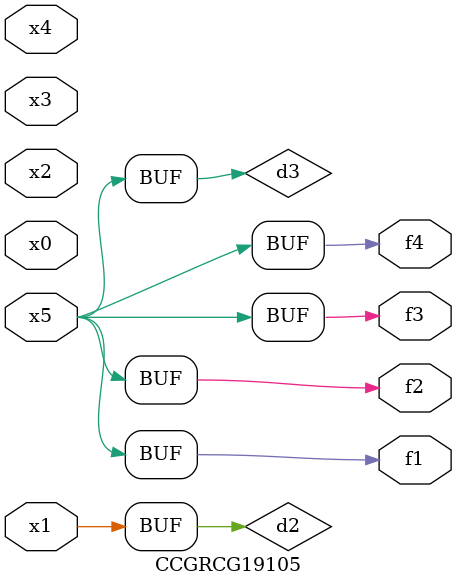
<source format=v>
module CCGRCG19105(
	input x0, x1, x2, x3, x4, x5,
	output f1, f2, f3, f4
);

	wire d1, d2, d3;

	not (d1, x5);
	or (d2, x1);
	xnor (d3, d1);
	assign f1 = d3;
	assign f2 = d3;
	assign f3 = d3;
	assign f4 = d3;
endmodule

</source>
